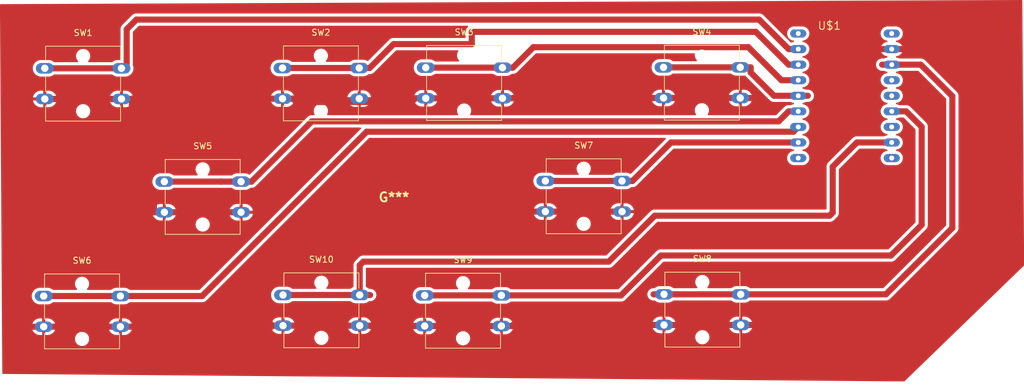
<source format=kicad_pcb>
(kicad_pcb (version 20241229) (generator "pcbnew") (generator_version "9.0")
  (layers (0 "F.Cu" signal) (2 "B.Cu" signal) (13 "F.Paste" user) (15 "B.Paste" user) (5 "F.SilkS" user "F.Silkscreen") (7 "B.SilkS" user "B.Silkscreen") (1 "F.Mask" user) (3 "B.Mask" user) (25 "Edge.Cuts" user))
  (net 0 "")
  (net 1 "Net-(SW4-A-Pad1)")
  (net 2 "Net-(SW5-A-Pad1)")
  (net 3 "Net-(SW2-A-Pad1)")
  (net 4 "Net-(SW6-A-Pad1)")
  (net 6 "Net-(SW7-A-Pad1)")
  (net 7 "Net-(SW3-A-Pad1)")
  (net 8 "GND")
  (net 9 "Net-(SW8-A-Pad1)")
  (net 11 "/VCC")
  (net 13 "Net-(SW9-A-Pad1)")
  (net 14 "Net-(SW10-A-Pad1)")
  (net 17 "Net-(SW1A-A)")
  (footprint "Button_Switch_THT:SW_SPST_Omron_B3F-40xx" (layer "F.Cu") (at 145.9053 64.9433)
    (property "Reference" "SW10" (at 6.25 -5.8 0) (layer "F.SilkS"))
    (property "Value" "SW_MEC_5G")
    (fp_line (start 0.14 -3.61) (end 0.14 -1.1) (stroke (width 0.12)) (layer "F.SilkS"))
    (fp_line (start 0.14 -3.61) (end 12.36 -3.61) (stroke (width 0.12)) (layer "F.SilkS"))
    (fp_line (start 0.14 1.2) (end 0.14 3.8) (stroke (width 0.12)) (layer "F.SilkS"))
    (fp_line (start 0.14 6.1) (end 0.14 8.61) (stroke (width 0.12)) (layer "F.SilkS"))
    (fp_line (start 12.36 -3.61) (end 12.36 -1.1) (stroke (width 0.12)) (layer "F.SilkS"))
    (fp_line (start 12.36 1.2) (end 12.36 3.8) (stroke (width 0.12)) (layer "F.SilkS"))
    (fp_line (start 12.36 6.1) (end 12.36 8.61) (stroke (width 0.12)) (layer "F.SilkS"))
    (fp_line (start 12.36 8.61) (end 0.14 8.61) (stroke (width 0.12)) (layer "F.SilkS"))
    (pad "" np_thru_hole circle (at 6.25 -2) (size 1.8 1.8) (drill 1.8) (layers "*.Cu" "*.Mask"))
    (pad "" np_thru_hole circle (at 6.25 7) (size 1.8 1.8) (drill 1.8) (layers "*.Cu" "*.Mask"))
    (pad "1" thru_hole oval (at 0 0) (size 2.9 1.7) (drill 1.2) (layers "*.Cu" "*.Mask") (net 14 "Net-(SW10-A-Pad1)"))
    (pad "1" thru_hole oval (at 12.5 0) (size 2.9 1.7) (drill 1.2) (layers "*.Cu" "*.Mask") (net 14 "Net-(SW10-A-Pad1)"))
    (pad "2" thru_hole oval (at 0 5) (size 2.9 1.7) (drill 1.2) (layers "*.Cu" "*.Mask") (net 8 "GND"))
    (pad "2" thru_hole oval (at 12.5 5) (size 2.9 1.7) (drill 1.2) (layers "*.Cu" "*.Mask") (net 8 "GND"))
  )
  (footprint "Button_Switch_THT:SW_SPST_Omron_B3F-40xx" (layer "F.Cu") (at 126.5644 46.4396)
    (property "Reference" "SW5" (at 6.25 -5.8 0) (layer "F.SilkS"))
    (property "Value" "SW_MEC_5G")
    (fp_line (start 0.14 -3.61) (end 0.14 -1.1) (stroke (width 0.12)) (layer "F.SilkS"))
    (fp_line (start 0.14 -3.61) (end 12.36 -3.61) (stroke (width 0.12)) (layer "F.SilkS"))
    (fp_line (start 0.14 1.2) (end 0.14 3.8) (stroke (width 0.12)) (layer "F.SilkS"))
    (fp_line (start 0.14 6.1) (end 0.14 8.61) (stroke (width 0.12)) (layer "F.SilkS"))
    (fp_line (start 12.36 -3.61) (end 12.36 -1.1) (stroke (width 0.12)) (layer "F.SilkS"))
    (fp_line (start 12.36 1.2) (end 12.36 3.8) (stroke (width 0.12)) (layer "F.SilkS"))
    (fp_line (start 12.36 6.1) (end 12.36 8.61) (stroke (width 0.12)) (layer "F.SilkS"))
    (fp_line (start 12.36 8.61) (end 0.14 8.61) (stroke (width 0.12)) (layer "F.SilkS"))
    (pad "" np_thru_hole circle (at 6.25 -2) (size 1.8 1.8) (drill 1.8) (layers "*.Cu" "*.Mask"))
    (pad "" np_thru_hole circle (at 6.25 7) (size 1.8 1.8) (drill 1.8) (layers "*.Cu" "*.Mask"))
    (pad "1" thru_hole oval (at 0 0) (size 2.9 1.7) (drill 1.2) (layers "*.Cu" "*.Mask") (net 2 "Net-(SW5-A-Pad1)"))
    (pad "1" thru_hole oval (at 12.5 0) (size 2.9 1.7) (drill 1.2) (layers "*.Cu" "*.Mask") (net 2 "Net-(SW5-A-Pad1)"))
    (pad "2" thru_hole oval (at 0 5) (size 2.9 1.7) (drill 1.2) (layers "*.Cu" "*.Mask") (net 8 "GND"))
    (pad "2" thru_hole oval (at 12.5 5) (size 2.9 1.7) (drill 1.2) (layers "*.Cu" "*.Mask") (net 8 "GND"))
  )
  (footprint "piu:piu" (layer "F.Cu") (at 164 49)
    (property "Reference" "G***" (at 0 0 0) (layer "F.SilkS") (effects (font (size 1.5 1.5) (thickness 0.3))))
    (property "Value" "LOGO" (hide yes))
  )
  (footprint "DigiJoypad:DIGI-PRO" (layer "F.Cu") (at 234.96 21.003)
    (property "Reference" "U$1" (at 0 0 0) (layer "F.SilkS") (effects (font (size 1.27 1.27))))
    (property "Value" "DIGI-PRO")
    (pad "D0" thru_hole oval (at 10.16 19.05 180) (size 2.616 1.308) (drill 0.8) (layers "*.Cu" "*.Mask") (net 14 "Net-(SW10-A-Pad1)"))
    (pad "D1" thru_hole oval (at 10.16 16.51 180) (size 2.616 1.308) (drill 0.8) (layers "*.Cu" "*.Mask"))
    (pad "D2" thru_hole oval (at 10.16 13.97 180) (size 2.616 1.308) (drill 0.8) (layers "*.Cu" "*.Mask") (net 13 "Net-(SW9-A-Pad1)"))
    (pad "D3" thru_hole oval (at 10.16 11.43 180) (size 2.616 1.308) (drill 0.8) (layers "*.Cu" "*.Mask"))
    (pad "D4" thru_hole oval (at 10.16 8.89 180) (size 2.616 1.308) (drill 0.8) (layers "*.Cu" "*.Mask"))
    (pad "D5" thru_hole oval (at 10.16 6.35 180) (size 2.616 1.308) (drill 0.8) (layers "*.Cu" "*.Mask") (net 9 "Net-(SW8-A-Pad1)"))
    (pad "D6" thru_hole oval (at -5.08 19.05 180) (size 2.616 1.308) (drill 0.8) (layers "*.Cu" "*.Mask") (net 6 "Net-(SW7-A-Pad1)"))
    (pad "D7" thru_hole oval (at -5.08 16.51 180) (size 2.616 1.308) (drill 0.8) (layers "*.Cu" "*.Mask") (net 4 "Net-(SW6-A-Pad1)"))
    (pad "D8" thru_hole oval (at -5.08 13.97 180) (size 2.616 1.308) (drill 0.8) (layers "*.Cu" "*.Mask") (net 2 "Net-(SW5-A-Pad1)"))
    (pad "D9" thru_hole oval (at -5.08 11.43 180) (size 2.616 1.308) (drill 0.8) (layers "*.Cu" "*.Mask") (net 1 "Net-(SW4-A-Pad1)"))
    (pad "D10" thru_hole oval (at -5.08 8.89 180) (size 2.616 1.308) (drill 0.8) (layers "*.Cu" "*.Mask") (net 7 "Net-(SW3-A-Pad1)"))
    (pad "D11" thru_hole oval (at -5.08 6.35 180) (size 2.616 1.308) (drill 0.8) (layers "*.Cu" "*.Mask") (net 3 "Net-(SW2-A-Pad1)"))
    (pad "D12" thru_hole oval (at -5.08 3.81 180) (size 2.616 1.308) (drill 0.8) (layers "*.Cu" "*.Mask") (net 17 "Net-(SW1A-A)"))
    (pad "D13" thru_hole oval (at -5.08 1.27 180) (size 2.616 1.308) (drill 0.8) (layers "*.Cu" "*.Mask"))
    (pad "GND" thru_hole oval (at 10.16 3.81 180) (size 2.616 1.308) (drill 0.8) (layers "*.Cu" "*.Mask") (net 8 "GND"))
    (pad "VCC" thru_hole oval (at 10.16 21.59 180) (size 2.616 1.308) (drill 0.8) (layers "*.Cu" "*.Mask") (net 11 "/VCC"))
    (pad "VCC1" thru_hole oval (at -5.08 21.59 180) (size 2.616 1.308) (drill 0.8) (layers "*.Cu" "*.Mask") (net 11 "/VCC"))
    (pad "VIN" thru_hole oval (at 10.16 1.27 180) (size 2.616 1.308) (drill 0.8) (layers "*.Cu" "*.Mask"))
  )
  (footprint "Button_Switch_THT:SW_SPST_Omron_B3F-40xx" (layer "F.Cu") (at 106.898 65.1162)
    (property "Reference" "SW6" (at 6.25 -5.8 0) (layer "F.SilkS"))
    (property "Value" "SW_MEC_5G")
    (fp_line (start 0.14 -3.61) (end 0.14 -1.1) (stroke (width 0.12)) (layer "F.SilkS"))
    (fp_line (start 0.14 -3.61) (end 12.36 -3.61) (stroke (width 0.12)) (layer "F.SilkS"))
    (fp_line (start 0.14 1.2) (end 0.14 3.8) (stroke (width 0.12)) (layer "F.SilkS"))
    (fp_line (start 0.14 6.1) (end 0.14 8.61) (stroke (width 0.12)) (layer "F.SilkS"))
    (fp_line (start 12.36 -3.61) (end 12.36 -1.1) (stroke (width 0.12)) (layer "F.SilkS"))
    (fp_line (start 12.36 1.2) (end 12.36 3.8) (stroke (width 0.12)) (layer "F.SilkS"))
    (fp_line (start 12.36 6.1) (end 12.36 8.61) (stroke (width 0.12)) (layer "F.SilkS"))
    (fp_line (start 12.36 8.61) (end 0.14 8.61) (stroke (width 0.12)) (layer "F.SilkS"))
    (pad "" np_thru_hole circle (at 6.25 -2) (size 1.8 1.8) (drill 1.8) (layers "*.Cu" "*.Mask"))
    (pad "" np_thru_hole circle (at 6.25 7) (size 1.8 1.8) (drill 1.8) (layers "*.Cu" "*.Mask"))
    (pad "1" thru_hole oval (at 0 0) (size 2.9 1.7) (drill 1.2) (layers "*.Cu" "*.Mask") (net 4 "Net-(SW6-A-Pad1)"))
    (pad "1" thru_hole oval (at 12.5 0) (size 2.9 1.7) (drill 1.2) (layers "*.Cu" "*.Mask") (net 4 "Net-(SW6-A-Pad1)"))
    (pad "2" thru_hole oval (at 0 5) (size 2.9 1.7) (drill 1.2) (layers "*.Cu" "*.Mask") (net 8 "GND"))
    (pad "2" thru_hole oval (at 12.5 5) (size 2.9 1.7) (drill 1.2) (layers "*.Cu" "*.Mask") (net 8 "GND"))
  )
  (footprint "Button_Switch_THT:SW_SPST_Omron_B3F-40xx" (layer "F.Cu") (at 169.1713 27.8413)
    (property "Reference" "SW3" (at 6.25 -5.8 0) (layer "F.SilkS"))
    (property "Value" "SW_MEC_5G")
    (fp_line (start 0.14 -3.61) (end 0.14 -1.1) (stroke (width 0.12)) (layer "F.SilkS"))
    (fp_line (start 0.14 -3.61) (end 12.36 -3.61) (stroke (width 0.12)) (layer "F.SilkS"))
    (fp_line (start 0.14 1.2) (end 0.14 3.8) (stroke (width 0.12)) (layer "F.SilkS"))
    (fp_line (start 0.14 6.1) (end 0.14 8.61) (stroke (width 0.12)) (layer "F.SilkS"))
    (fp_line (start 12.36 -3.61) (end 12.36 -1.1) (stroke (width 0.12)) (layer "F.SilkS"))
    (fp_line (start 12.36 1.2) (end 12.36 3.8) (stroke (width 0.12)) (layer "F.SilkS"))
    (fp_line (start 12.36 6.1) (end 12.36 8.61) (stroke (width 0.12)) (layer "F.SilkS"))
    (fp_line (start 12.36 8.61) (end 0.14 8.61) (stroke (width 0.12)) (layer "F.SilkS"))
    (pad "" np_thru_hole circle (at 6.25 -2) (size 1.8 1.8) (drill 1.8) (layers "*.Cu" "*.Mask"))
    (pad "" np_thru_hole circle (at 6.25 7) (size 1.8 1.8) (drill 1.8) (layers "*.Cu" "*.Mask"))
    (pad "1" thru_hole oval (at 0 0) (size 2.9 1.7) (drill 1.2) (layers "*.Cu" "*.Mask") (net 7 "Net-(SW3-A-Pad1)"))
    (pad "1" thru_hole oval (at 12.5 0) (size 2.9 1.7) (drill 1.2) (layers "*.Cu" "*.Mask") (net 7 "Net-(SW3-A-Pad1)"))
    (pad "2" thru_hole oval (at 0 5) (size 2.9 1.7) (drill 1.2) (layers "*.Cu" "*.Mask") (net 8 "GND"))
    (pad "2" thru_hole oval (at 12.5 5) (size 2.9 1.7) (drill 1.2) (layers "*.Cu" "*.Mask") (net 8 "GND"))
  )
  (footprint "Button_Switch_THT:SW_SPST_Omron_B3F-40xx" (layer "F.Cu") (at 168.9959 65.0083)
    (property "Reference" "SW9" (at 6.25 -5.8 0) (layer "F.SilkS"))
    (property "Value" "SW_MEC_5G")
    (fp_line (start 0.14 -3.61) (end 0.14 -1.1) (stroke (width 0.12)) (layer "F.SilkS"))
    (fp_line (start 0.14 -3.61) (end 12.36 -3.61) (stroke (width 0.12)) (layer "F.SilkS"))
    (fp_line (start 0.14 1.2) (end 0.14 3.8) (stroke (width 0.12)) (layer "F.SilkS"))
    (fp_line (start 0.14 6.1) (end 0.14 8.61) (stroke (width 0.12)) (layer "F.SilkS"))
    (fp_line (start 12.36 -3.61) (end 12.36 -1.1) (stroke (width 0.12)) (layer "F.SilkS"))
    (fp_line (start 12.36 1.2) (end 12.36 3.8) (stroke (width 0.12)) (layer "F.SilkS"))
    (fp_line (start 12.36 6.1) (end 12.36 8.61) (stroke (width 0.12)) (layer "F.SilkS"))
    (fp_line (start 12.36 8.61) (end 0.14 8.61) (stroke (width 0.12)) (layer "F.SilkS"))
    (pad "" np_thru_hole circle (at 6.25 -2) (size 1.8 1.8) (drill 1.8) (layers "*.Cu" "*.Mask"))
    (pad "" np_thru_hole circle (at 6.25 7) (size 1.8 1.8) (drill 1.8) (layers "*.Cu" "*.Mask"))
    (pad "1" thru_hole oval (at 0 0) (size 2.9 1.7) (drill 1.2) (layers "*.Cu" "*.Mask") (net 13 "Net-(SW9-A-Pad1)"))
    (pad "1" thru_hole oval (at 12.5 0) (size 2.9 1.7) (drill 1.2) (layers "*.Cu" "*.Mask") (net 13 "Net-(SW9-A-Pad1)"))
    (pad "2" thru_hole oval (at 0 5) (size 2.9 1.7) (drill 1.2) (layers "*.Cu" "*.Mask") (net 8 "GND"))
    (pad "2" thru_hole oval (at 12.5 5) (size 2.9 1.7) (drill 1.2) (layers "*.Cu" "*.Mask") (net 8 "GND"))
  )
  (footprint "Button_Switch_THT:SW_SPST_Omron_B3F-40xx" (layer "F.Cu") (at 107.0735 27.9492)
    (property "Reference" "SW1" (at 6.25 -5.8 0) (layer "F.SilkS"))
    (property "Value" "SW_MEC_5G")
    (fp_line (start 0.14 -3.61) (end 0.14 -1.1) (stroke (width 0.12)) (layer "F.SilkS"))
    (fp_line (start 0.14 -3.61) (end 12.36 -3.61) (stroke (width 0.12)) (layer "F.SilkS"))
    (fp_line (start 0.14 1.2) (end 0.14 3.8) (stroke (width 0.12)) (layer "F.SilkS"))
    (fp_line (start 0.14 6.1) (end 0.14 8.61) (stroke (width 0.12)) (layer "F.SilkS"))
    (fp_line (start 12.36 -3.61) (end 12.36 -1.1) (stroke (width 0.12)) (layer "F.SilkS"))
    (fp_line (start 12.36 1.2) (end 12.36 3.8) (stroke (width 0.12)) (layer "F.SilkS"))
    (fp_line (start 12.36 6.1) (end 12.36 8.61) (stroke (width 0.12)) (layer "F.SilkS"))
    (fp_line (start 12.36 8.61) (end 0.14 8.61) (stroke (width 0.12)) (layer "F.SilkS"))
    (pad "" np_thru_hole circle (at 6.25 -2) (size 1.8 1.8) (drill 1.8) (layers "*.Cu" "*.Mask"))
    (pad "" np_thru_hole circle (at 6.25 7) (size 1.8 1.8) (drill 1.8) (layers "*.Cu" "*.Mask"))
    (pad "1" thru_hole oval (at 0 0) (size 2.9 1.7) (drill 1.2) (layers "*.Cu" "*.Mask") (net 17 "Net-(SW1A-A)"))
    (pad "1" thru_hole oval (at 12.5 0) (size 2.9 1.7) (drill 1.2) (layers "*.Cu" "*.Mask") (net 17 "Net-(SW1A-A)"))
    (pad "2" thru_hole oval (at 0 5) (size 2.9 1.7) (drill 1.2) (layers "*.Cu" "*.Mask") (net 8 "GND"))
    (pad "2" thru_hole oval (at 12.5 5) (size 2.9 1.7) (drill 1.2) (layers "*.Cu" "*.Mask") (net 8 "GND"))
  )
  (footprint "Button_Switch_THT:SW_SPST_Omron_B3F-40xx" (layer "F.Cu") (at 188.6623 46.3318)
    (property "Reference" "SW7" (at 6.25 -5.8 0) (layer "F.SilkS"))
    (property "Value" "SW_MEC_5G")
    (fp_line (start 0.14 -3.61) (end 0.14 -1.1) (stroke (width 0.12)) (layer "F.SilkS"))
    (fp_line (start 0.14 -3.61) (end 12.36 -3.61) (stroke (width 0.12)) (layer "F.SilkS"))
    (fp_line (start 0.14 1.2) (end 0.14 3.8) (stroke (width 0.12)) (layer "F.SilkS"))
    (fp_line (start 0.14 6.1) (end 0.14 8.61) (stroke (width 0.12)) (layer "F.SilkS"))
    (fp_line (start 12.36 -3.61) (end 12.36 -1.1) (stroke (width 0.12)) (layer "F.SilkS"))
    (fp_line (start 12.36 1.2) (end 12.36 3.8) (stroke (width 0.12)) (layer "F.SilkS"))
    (fp_line (start 12.36 6.1) (end 12.36 8.61) (stroke (width 0.12)) (layer "F.SilkS"))
    (fp_line (start 12.36 8.61) (end 0.14 8.61) (stroke (width 0.12)) (layer "F.SilkS"))
    (pad "" np_thru_hole circle (at 6.25 -2) (size 1.8 1.8) (drill 1.8) (layers "*.Cu" "*.Mask"))
    (pad "" np_thru_hole circle (at 6.25 7) (size 1.8 1.8) (drill 1.8) (layers "*.Cu" "*.Mask"))
    (pad "1" thru_hole oval (at 0 0) (size 2.9 1.7) (drill 1.2) (layers "*.Cu" "*.Mask") (net 6 "Net-(SW7-A-Pad1)"))
    (pad "1" thru_hole oval (at 12.5 0) (size 2.9 1.7) (drill 1.2) (layers "*.Cu" "*.Mask") (net 6 "Net-(SW7-A-Pad1)"))
    (pad "2" thru_hole oval (at 0 5) (size 2.9 1.7) (drill 1.2) (layers "*.Cu" "*.Mask") (net 8 "GND"))
    (pad "2" thru_hole oval (at 12.5 5) (size 2.9 1.7) (drill 1.2) (layers "*.Cu" "*.Mask") (net 8 "GND"))
  )
  (footprint "Button_Switch_THT:SW_SPST_Omron_B3F-40xx" (layer "F.Cu") (at 145.8259 27.9013)
    (property "Reference" "SW2" (at 6.25 -5.8 0) (layer "F.SilkS"))
    (property "Value" "SW_MEC_5G")
    (fp_line (start 0.14 -3.61) (end 0.14 -1.1) (stroke (width 0.12)) (layer "F.SilkS"))
    (fp_line (start 0.14 -3.61) (end 12.36 -3.61) (stroke (width 0.12)) (layer "F.SilkS"))
    (fp_line (start 0.14 1.2) (end 0.14 3.8) (stroke (width 0.12)) (layer "F.SilkS"))
    (fp_line (start 0.14 6.1) (end 0.14 8.61) (stroke (width 0.12)) (layer "F.SilkS"))
    (fp_line (start 12.36 -3.61) (end 12.36 -1.1) (stroke (width 0.12)) (layer "F.SilkS"))
    (fp_line (start 12.36 1.2) (end 12.36 3.8) (stroke (width 0.12)) (layer "F.SilkS"))
    (fp_line (start 12.36 6.1) (end 12.36 8.61) (stroke (width 0.12)) (layer "F.SilkS"))
    (fp_line (start 12.36 8.61) (end 0.14 8.61) (stroke (width 0.12)) (layer "F.SilkS"))
    (pad "" np_thru_hole circle (at 6.25 -2) (size 1.8 1.8) (drill 1.8) (layers "*.Cu" "*.Mask"))
    (pad "" np_thru_hole circle (at 6.25 7) (size 1.8 1.8) (drill 1.8) (layers "*.Cu" "*.Mask"))
    (pad "1" thru_hole oval (at 0 0) (size 2.9 1.7) (drill 1.2) (layers "*.Cu" "*.Mask") (net 3 "Net-(SW2-A-Pad1)"))
    (pad "1" thru_hole oval (at 12.5 0) (size 2.9 1.7) (drill 1.2) (layers "*.Cu" "*.Mask") (net 3 "Net-(SW2-A-Pad1)"))
    (pad "2" thru_hole oval (at 0 5) (size 2.9 1.7) (drill 1.2) (layers "*.Cu" "*.Mask") (net 8 "GND"))
    (pad "2" thru_hole oval (at 12.5 5) (size 2.9 1.7) (drill 1.2) (layers "*.Cu" "*.Mask") (net 8 "GND"))
  )
  (footprint "Button_Switch_THT:SW_SPST_Omron_B3F-40xx" (layer "F.Cu") (at 208.0032 64.8355)
    (property "Reference" "SW8" (at 6.25 -5.8 0) (layer "F.SilkS"))
    (property "Value" "SW_MEC_5G")
    (fp_line (start 0.14 -3.61) (end 0.14 -1.1) (stroke (width 0.12)) (layer "F.SilkS"))
    (fp_line (start 0.14 -3.61) (end 12.36 -3.61) (stroke (width 0.12)) (layer "F.SilkS"))
    (fp_line (start 0.14 1.2) (end 0.14 3.8) (stroke (width 0.12)) (layer "F.SilkS"))
    (fp_line (start 0.14 6.1) (end 0.14 8.61) (stroke (width 0.12)) (layer "F.SilkS"))
    (fp_line (start 12.36 -3.61) (end 12.36 -1.1) (stroke (width 0.12)) (layer "F.SilkS"))
    (fp_line (start 12.36 1.2) (end 12.36 3.8) (stroke (width 0.12)) (layer "F.SilkS"))
    (fp_line (start 12.36 6.1) (end 12.36 8.61) (stroke (width 0.12)) (layer "F.SilkS"))
    (fp_line (start 12.36 8.61) (end 0.14 8.61) (stroke (width 0.12)) (layer "F.SilkS"))
    (pad "" np_thru_hole circle (at 6.25 -2) (size 1.8 1.8) (drill 1.8) (layers "*.Cu" "*.Mask"))
    (pad "" np_thru_hole circle (at 6.25 7) (size 1.8 1.8) (drill 1.8) (layers "*.Cu" "*.Mask"))
    (pad "1" thru_hole oval (at 0 0) (size 2.9 1.7) (drill 1.2) (layers "*.Cu" "*.Mask") (net 9 "Net-(SW8-A-Pad1)"))
    (pad "1" thru_hole oval (at 12.5 0) (size 2.9 1.7) (drill 1.2) (layers "*.Cu" "*.Mask") (net 9 "Net-(SW8-A-Pad1)"))
    (pad "2" thru_hole oval (at 0 5) (size 2.9 1.7) (drill 1.2) (layers "*.Cu" "*.Mask") (net 8 "GND"))
    (pad "2" thru_hole oval (at 12.5 5) (size 2.9 1.7) (drill 1.2) (layers "*.Cu" "*.Mask") (net 8 "GND"))
  )
  (footprint "Button_Switch_THT:SW_SPST_Omron_B3F-40xx" (layer "F.Cu") (at 207.9238 27.7935)
    (property "Reference" "SW4" (at 6.25 -5.8 0) (layer "F.SilkS"))
    (property "Value" "SW_MEC_5G")
    (fp_line (start 0.14 -3.61) (end 0.14 -1.1) (stroke (width 0.12)) (layer "F.SilkS"))
    (fp_line (start 0.14 -3.61) (end 12.36 -3.61) (stroke (width 0.12)) (layer "F.SilkS"))
    (fp_line (start 0.14 1.2) (end 0.14 3.8) (stroke (width 0.12)) (layer "F.SilkS"))
    (fp_line (start 0.14 6.1) (end 0.14 8.61) (stroke (width 0.12)) (layer "F.SilkS"))
    (fp_line (start 12.36 -3.61) (end 12.36 -1.1) (stroke (width 0.12)) (layer "F.SilkS"))
    (fp_line (start 12.36 1.2) (end 12.36 3.8) (stroke (width 0.12)) (layer "F.SilkS"))
    (fp_line (start 12.36 6.1) (end 12.36 8.61) (stroke (width 0.12)) (layer "F.SilkS"))
    (fp_line (start 12.36 8.61) (end 0.14 8.61) (stroke (width 0.12)) (layer "F.SilkS"))
    (pad "" np_thru_hole circle (at 6.25 -2) (size 1.8 1.8) (drill 1.8) (layers "*.Cu" "*.Mask"))
    (pad "" np_thru_hole circle (at 6.25 7) (size 1.8 1.8) (drill 1.8) (layers "*.Cu" "*.Mask"))
    (pad "1" thru_hole oval (at 0 0) (size 2.9 1.7) (drill 1.2) (layers "*.Cu" "*.Mask") (net 1 "Net-(SW4-A-Pad1)"))
    (pad "1" thru_hole oval (at 12.5 0) (size 2.9 1.7) (drill 1.2) (layers "*.Cu" "*.Mask") (net 1 "Net-(SW4-A-Pad1)"))
    (pad "2" thru_hole oval (at 0 5) (size 2.9 1.7) (drill 1.2) (layers "*.Cu" "*.Mask") (net 8 "GND"))
    (pad "2" thru_hole oval (at 12.5 5) (size 2.9 1.7) (drill 1.2) (layers "*.Cu" "*.Mask") (net 8 "GND"))
  )
  (segment (start 225.933 32.433) (end 229.88 32.433) (width 1) (layer "F.Cu") (net 1))
  (segment (start 222.1279 27.7935) (end 222.1279 28.6279) (width 1) (layer "F.Cu") (net 1))
  (segment (start 229.88 32.433) (end 231.4421 32.433) (width 1) (layer "F.Cu") (net 1))
  (segment (start 220.4238 27.7935) (end 222.1279 27.7935) (width 1) (layer "F.Cu") (net 1))
  (segment (start 222.1279 28.6279) (end 225.933 32.433) (width 1) (layer "F.Cu") (net 1))
  (segment (start 220.4238 27.7935) (end 207.9238 27.7935) (width 1) (layer "F.Cu") (net 1))
  (segment (start 226.6845 36.6064) (end 228.3179 34.973) (width 1) (layer "F.Cu") (net 2))
  (segment (start 137.3556 46.4396) (end 135.8478 46.4396) (width 1) (layer "F.Cu") (net 2))
  (segment (start 139.0644 46.4396) (end 137.3556 46.4396) (width 1) (layer "F.Cu") (net 2))
  (segment (start 135.8478 46.4396) (end 135.8065 46.4396) (width 1) (layer "F.Cu") (net 2))
  (segment (start 140.7685 46.4396) (end 150.6017 36.6064) (width 1) (layer "F.Cu") (net 2))
  (segment (start 229.88 34.973) (end 228.3179 34.973) (width 1) (layer "F.Cu") (net 2))
  (segment (start 139.0644 46.4396) (end 140.7685 46.4396) (width 1) (layer "F.Cu") (net 2))
  (segment (start 150.6017 36.6064) (end 226.6845 36.6064) (width 1) (layer "F.Cu") (net 2))
  (segment (start 135.8065 46.4396) (end 126.5644 46.4396) (width 1) (layer "F.Cu") (net 2))
  (segment (start 228.3179 27.353) (end 222.9649 22) (width 1) (layer "F.Cu") (net 3))
  (segment (start 158.3259 27.9013) (end 159.178 27.9013) (width 1) (layer "F.Cu") (net 3))
  (segment (start 176.6723 24) (end 163.9313 24) (width 1) (layer "F.Cu") (net 3))
  (segment (start 160.03 27.9013) (end 159.178 27.9013) (width 1) (layer "F.Cu") (net 3))
  (segment (start 222.9649 22) (end 176.6723 22) (width 1) (layer "F.Cu") (net 3))
  (segment (start 176.6723 22) (end 176.6723 24) (width 1) (layer "F.Cu") (net 3))
  (segment (start 159.178 27.9013) (end 145.8259 27.9013) (width 1) (layer "F.Cu") (net 3))
  (segment (start 229.88 27.353) (end 228.3179 27.353) (width 1) (layer "F.Cu") (net 3))
  (segment (start 163.9313 24) (end 160.03 27.9013) (width 1) (layer "F.Cu") (net 3))
  (segment (start 106.898 65.1162) (end 119.398 65.1162) (width 1) (layer "F.Cu") (net 4))
  (segment (start 119.398 65.1162) (end 132.716 65.1162) (width 1) (layer "F.Cu") (net 4))
  (segment (start 159.5322 38.3) (end 229.093 38.3) (width 1) (layer "F.Cu") (net 4))
  (segment (start 229.093 38.3) (end 229.88 37.513) (width 1) (layer "F.Cu") (net 4))
  (segment (start 132.716 65.1162) (end 159.5322 38.3) (width 1) (layer "F.Cu") (net 4))
  (segment (start 209.1452 40.053) (end 229.88 40.053) (width 1) (layer "F.Cu") (net 6))
  (segment (start 202.8664 46.3318) (end 209.1452 40.053) (width 1) (layer "F.Cu") (net 6))
  (segment (start 201.1623 46.3318) (end 202.8664 46.3318) (width 1) (layer "F.Cu") (net 6))
  (segment (start 188.6623 46.3318) (end 201.1623 46.3318) (width 1) (layer "F.Cu") (net 6))
  (segment (start 227.137366 29.893) (end 221.744366 24.5) (width 1) (layer "F.Cu") (net 7))
  (segment (start 181.6713 27.8413) (end 169.1713 27.8413) (width 1) (layer "F.Cu") (net 7))
  (segment (start 183.3754 27.8413) (end 181.6713 27.8413) (width 1) (layer "F.Cu") (net 7))
  (segment (start 186.7167 24.5) (end 183.3754 27.8413) (width 1) (layer "F.Cu") (net 7))
  (segment (start 221.744366 24.5) (end 186.7167 24.5) (width 1) (layer "F.Cu") (net 7))
  (segment (start 229.88 29.893) (end 227.137366 29.893) (width 1) (layer "F.Cu") (net 7))
  (segment (start 140.875 70.1162) (end 144.0283 70.1162) (width 1) (layer "F.Cu") (net 8))
  (segment (start 145.9053 69.9433) (end 144.2012 69.9433) (width 1) (layer "F.Cu") (net 8))
  (segment (start 118.0698 32.9492) (end 118.0764 32.9492) (width 1) (layer "F.Cu") (net 8))
  (segment (start 121.3255 32.9013) (end 145.8259 32.9013) (width 1) (layer "F.Cu") (net 8))
  (segment (start 160.1744 70.0083) (end 160.1094 69.9433) (width 1) (layer "F.Cu") (net 8))
  (segment (start 119.398 70.1162) (end 140.875 70.1162) (width 1) (layer "F.Cu") (net 8))
  (segment (start 244.6645 69.8355) (end 260 54.5) (width 1) (layer "F.Cu") (net 8))
  (segment (start 260 28.5) (end 256.313 24.813) (width 1) (layer "F.Cu") (net 8))
  (segment (start 147.53 32.9013) (end 148.0674 33.4387) (width 1) (layer "F.Cu") (net 8))
  (segment (start 220.5032 69.8355) (end 244.6645 69.8355) (width 1) (layer "F.Cu") (net 8))
  (segment (start 180.85 55.55) (end 185.0682 51.3318) (width 1) (layer "F.Cu") (net 8))
  (segment (start 126.5644 51.4396) (end 139.0644 51.4396) (width 1) (layer "F.Cu") (net 8))
  (segment (start 145.9053 69.9433) (end 158.4053 69.9433) (width 1) (layer "F.Cu") (net 8))
  (segment (start 208.0032 69.8355) (end 183.3728 69.8355) (width 1) (layer "F.Cu") (net 8))
  (segment (start 118.0764 32.9492) (end 119.5735 32.9492) (width 1) (layer "F.Cu") (net 8))
  (segment (start 185.0682 51.3318) (end 188.6623 51.3318) (width 1) (layer "F.Cu") (net 8))
  (segment (start 121.2776 32.9492) (end 121.3255 32.9013) (width 1) (layer "F.Cu") (net 8))
  (segment (start 256.313 24.813) (end 245.12 24.813) (width 1) (layer "F.Cu") (net 8))
  (segment (start 107.0735 32.9492) (end 118.0285 32.9492) (width 1) (layer "F.Cu") (net 8))
  (segment (start 121.2776 48.9449) (end 121.2776 32.9492) (width 1) (layer "F.Cu") (net 8))
  (segment (start 260 54.5) (end 260 28.5) (width 1) (layer "F.Cu") (net 8))
  (segment (start 201.1623 51.3318) (end 188.6623 51.3318) (width 1) (layer "F.Cu") (net 8))
  (segment (start 121.2776 48.9449) (end 104 48.9449) (width 1) (layer "F.Cu") (net 8))
  (segment (start 183.4232 32.7935) (end 183.3754 32.8413) (width 1) (layer "F.Cu") (net 8))
  (segment (start 181.4959 70.0083) (end 183.2 70.0083) (width 1) (layer "F.Cu") (net 8))
  (segment (start 207.9238 32.7935) (end 183.4232 32.7935) (width 1) (layer "F.Cu") (net 8))
  (segment (start 124.8603 51.4396) (end 124.8603 48.9449) (width 1) (layer "F.Cu") (net 8))
  (segment (start 220.4238 32.7935) (end 207.9238 32.7935) (width 1) (layer "F.Cu") (net 8))
  (segment (start 104 70.1162) (end 106.898 70.1162) (width 1) (layer "F.Cu") (net 8))
  (segment (start 181.6713 32.8413) (end 183.3754 32.8413) (width 1) (layer "F.Cu") (net 8))
  (segment (start 145.8259 32.9013) (end 147.53 32.9013) (width 1) (layer "F.Cu") (net 8))
  (segment (start 220.4238 32.7935) (end 222.1279 32.7935) (width 1) (layer "F.Cu") (net 8))
  (segment (start 140.875 70.1162) (end 140.875 61.675) (width 1) (layer "F.Cu") (net 8))
  (segment (start 167.4509 70.0083) (end 181.4959 70.0083) (width 1) (layer "F.Cu") (net 8))
  (segment (start 144.0283 70.1162) (end 144.2012 69.9433) (width 1) (layer "F.Cu") (net 8))
  (segment (start 124.8603 48.9449) (end 121.2776 48.9449) (width 1) (layer "F.Cu") (net 8))
  (segment (start 147 55.55) (end 180.85 55.55) (width 1) (layer "F.Cu") (net 8))
  (segment (start 126.5644 51.4396) (end 124.8603 51.4396) (width 1) (layer "F.Cu") (net 8))
  (segment (start 119.5735 32.9492) (end 121.2776 32.9492) (width 1) (layer "F.Cu") (net 8))
  (segment (start 158.4053 69.9433) (end 160.1094 69.9433) (width 1) (layer "F.Cu") (net 8))
  (segment (start 245.12 24.813) (end 243.5579 24.813) (width 1) (layer "F.Cu") (net 8))
  (segment (start 104 48.9449) (end 104 70.1162) (width 1) (layer "F.Cu") (net 8))
  (segment (start 208.0032 69.8355) (end 220.5032 69.8355) (width 1) (layer "F.Cu") (net 8))
  (segment (start 169.1713 32.8413) (end 167.4672 32.8413) (width 1) (layer "F.Cu") (net 8))
  (segment (start 183.3728 69.8355) (end 183.2 70.0083) (width 1) (layer "F.Cu") (net 8))
  (segment (start 166.8698 33.4387) (end 167.4672 32.8413) (width 1) (layer "F.Cu") (net 8))
  (segment (start 140.875 61.675) (end 147 55.55) (width 1) (layer "F.Cu") (net 8))
  (segment (start 181.6713 32.8413) (end 169.1713 32.8413) (width 1) (layer "F.Cu") (net 8))
  (segment (start 168.9959 70.0083) (end 167.4509 70.0083) (width 1) (layer "F.Cu") (net 8))
  (segment (start 167.4509 70.0083) (end 160.1744 70.0083) (width 1) (layer "F.Cu") (net 8))
  (segment (start 118.0285 32.9492) (end 118.0698 32.9492) (width 1) (layer "F.Cu") (net 8))
  (segment (start 106.898 70.1162) (end 119.398 70.1162) (width 1) (layer "F.Cu") (net 8))
  (segment (start 148.0674 33.4387) (end 166.8698 33.4387) (width 1) (layer "F.Cu") (net 8))
  (segment (start 143.8471 69.5892) (end 144.2012 69.9433) (width 1) (layer "F.Cu") (net 8))
  (segment (start 220.5032 64.8355) (end 219.2453 64.8355) (width 1) (layer "F.Cu") (net 9))
  (segment (start 220.5032 64.8355) (end 244.1645 64.8355) (width 1) (layer "F.Cu") (net 9))
  (segment (start 249.853 27.353) (end 245.12 27.353) (width 1) (layer "F.Cu") (net 9))
  (segment (start 210.2047 64.8355) (end 209.8902 64.8355) (width 1) (layer "F.Cu") (net 9))
  (segment (start 209.2612 64.8355) (end 208.0032 64.8355) (width 1) (layer "F.Cu") (net 9))
  (segment (start 255 32.5) (end 249.853 27.353) (width 1) (layer "F.Cu") (net 9))
  (segment (start 245.12 27.353) (end 243.5579 27.353) (width 1) (layer "F.Cu") (net 9))
  (segment (start 209.8902 64.8355) (end 209.2612 64.8355) (width 1) (layer "F.Cu") (net 9))
  (segment (start 244.1645 64.8355) (end 255 54) (width 1) (layer "F.Cu") (net 9))
  (segment (start 208.0032 64.8355) (end 206.2991 64.8355) (width 1) (layer "F.Cu") (net 9))
  (segment (start 255 54) (end 255 32.5) (width 1) (layer "F.Cu") (net 9))
  (segment (start 219.2453 64.8355) (end 210.2047 64.8355) (width 1) (layer "F.Cu") (net 9))
  (segment (start 200.9917 65.0083) (end 207.5 58.5) (width 1) (layer "F.Cu") (net 13))
  (segment (start 207.5 58.5) (end 245 58.5) (width 1) (layer "F.Cu") (net 13))
  (segment (start 247.473 34.973) (end 245.12 34.973) (width 1) (layer "F.Cu") (net 13))
  (segment (start 181.4959 65.0083) (end 168.9959 65.0083) (width 1) (layer "F.Cu") (net 13))
  (segment (start 245 58.5) (end 250 53.5) (width 1) (layer "F.Cu") (net 13))
  (segment (start 181.4959 65.0083) (end 200.9917 65.0083) (width 1) (layer "F.Cu") (net 13))
  (segment (start 250 53.5) (end 250 37.5) (width 1) (layer "F.Cu") (net 13))
  (segment (start 250 37.5) (end 247.473 34.973) (width 1) (layer "F.Cu") (net 13))
  (segment (start 145.9053 64.9433) (end 158.4053 64.9433) (width 1) (layer "F.Cu") (net 14))
  (segment (start 159 59.5) (end 199 59.5) (width 1) (layer "F.Cu") (net 14))
  (segment (start 199 59.5) (end 206.5 52) (width 1) (layer "F.Cu") (net 14))
  (segment (start 158.4053 64.9433) (end 158.4053 60.0947) (width 1) (layer "F.Cu") (net 14))
  (segment (start 158.4053 60.0947) (end 159 59.5) (width 1) (layer "F.Cu") (net 14))
  (segment (start 239.447 40.053) (end 245.12 40.053) (width 1) (layer "F.Cu") (net 14))
  (segment (start 158.4053 64.9433) (end 160.1094 64.9433) (width 1) (layer "F.Cu") (net 14))
  (segment (start 235.5 51.5) (end 235.5 44) (width 1) (layer "F.Cu") (net 14))
  (segment (start 235.5 44) (end 239.447 40.053) (width 1) (layer "F.Cu") (net 14))
  (segment (start 206.5 52) (end 235 52) (width 1) (layer "F.Cu") (net 14))
  (segment (start 235 52) (end 235.5 51.5) (width 1) (layer "F.Cu") (net 14))
  (segment (start 223.5049 20) (end 122 20) (width 1) (layer "F.Cu") (net 17))
  (segment (start 228.3179 24.813) (end 223.5049 20) (width 1) (layer "F.Cu") (net 17))
  (segment (start 120.4256 27.9492) (end 107.0735 27.9492) (width 1) (layer "F.Cu") (net 17))
  (segment (start 229.88 24.813) (end 228.3179 24.813) (width 1) (layer "F.Cu") (net 17))
  (segment (start 122 20) (end 120.4256 21.5744) (width 1) (layer "F.Cu") (net 17))
  (segment (start 119.5735 27.9492) (end 120.4256 27.9492) (width 1) (layer "F.Cu") (net 17))
  (segment (start 120.4256 21.5744) (end 120.4256 27.9492) (width 1) (layer "F.Cu") (net 17))
  (zone (net 8) (net_name "GND") (layer "F.Cu") (name "GND") (connect_pads (clearance 0.5)) (min_thickness 0.25) (fill yes (thermal_gap 0.5) (thermal_bridge_width 0.5))
    (polygon (pts (xy 99.775 18.775) (xy 100.15 77.825) (xy 247.175 79.05) (xy 266.7 60.125) (xy 266.4 16.8) (xy 99.775 17.475)))
  )
)
</source>
